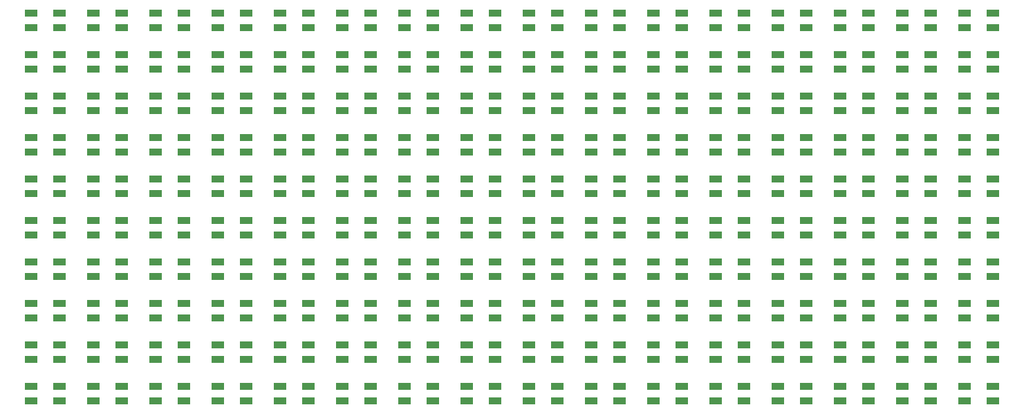
<source format=gbr>
G04 #@! TF.GenerationSoftware,KiCad,Pcbnew,(5.1.5-0-10_14)*
G04 #@! TF.CreationDate,2020-01-20T13:36:02-08:00*
G04 #@! TF.ProjectId,SpectrumAnayzerMini,53706563-7472-4756-9d41-6e61797a6572,rev?*
G04 #@! TF.SameCoordinates,Original*
G04 #@! TF.FileFunction,Paste,Top*
G04 #@! TF.FilePolarity,Positive*
%FSLAX46Y46*%
G04 Gerber Fmt 4.6, Leading zero omitted, Abs format (unit mm)*
G04 Created by KiCad (PCBNEW (5.1.5-0-10_14)) date 2020-01-20 13:36:02*
%MOMM*%
%LPD*%
G04 APERTURE LIST*
%ADD10R,1.600000X0.850000*%
G04 APERTURE END LIST*
D10*
X191798000Y-127268000D03*
X191798000Y-129018000D03*
X195298000Y-127268000D03*
X195298000Y-129018000D03*
X191798000Y-122188000D03*
X191798000Y-123938000D03*
X195298000Y-122188000D03*
X195298000Y-123938000D03*
X191798000Y-117108000D03*
X191798000Y-118858000D03*
X195298000Y-117108000D03*
X195298000Y-118858000D03*
X191798000Y-112028000D03*
X191798000Y-113778000D03*
X195298000Y-112028000D03*
X195298000Y-113778000D03*
X191798000Y-106948000D03*
X191798000Y-108698000D03*
X195298000Y-106948000D03*
X195298000Y-108698000D03*
X191798000Y-101868000D03*
X191798000Y-103618000D03*
X195298000Y-101868000D03*
X195298000Y-103618000D03*
X191798000Y-96788000D03*
X191798000Y-98538000D03*
X195298000Y-96788000D03*
X195298000Y-98538000D03*
X191798000Y-91708000D03*
X191798000Y-93458000D03*
X195298000Y-91708000D03*
X195298000Y-93458000D03*
X191798000Y-86628000D03*
X191798000Y-88378000D03*
X195298000Y-86628000D03*
X195298000Y-88378000D03*
X191798000Y-81548000D03*
X191798000Y-83298000D03*
X195298000Y-81548000D03*
X195298000Y-83298000D03*
X184178000Y-127268000D03*
X184178000Y-129018000D03*
X187678000Y-127268000D03*
X187678000Y-129018000D03*
X184178000Y-122188000D03*
X184178000Y-123938000D03*
X187678000Y-122188000D03*
X187678000Y-123938000D03*
X184178000Y-117108000D03*
X184178000Y-118858000D03*
X187678000Y-117108000D03*
X187678000Y-118858000D03*
X184178000Y-112028000D03*
X184178000Y-113778000D03*
X187678000Y-112028000D03*
X187678000Y-113778000D03*
X184178000Y-106948000D03*
X184178000Y-108698000D03*
X187678000Y-106948000D03*
X187678000Y-108698000D03*
X184178000Y-101868000D03*
X184178000Y-103618000D03*
X187678000Y-101868000D03*
X187678000Y-103618000D03*
X184178000Y-96788000D03*
X184178000Y-98538000D03*
X187678000Y-96788000D03*
X187678000Y-98538000D03*
X184178000Y-91708000D03*
X184178000Y-93458000D03*
X187678000Y-91708000D03*
X187678000Y-93458000D03*
X184178000Y-86628000D03*
X184178000Y-88378000D03*
X187678000Y-86628000D03*
X187678000Y-88378000D03*
X184178000Y-81548000D03*
X184178000Y-83298000D03*
X187678000Y-81548000D03*
X187678000Y-83298000D03*
X176558000Y-127268000D03*
X176558000Y-129018000D03*
X180058000Y-127268000D03*
X180058000Y-129018000D03*
X176558000Y-122188000D03*
X176558000Y-123938000D03*
X180058000Y-122188000D03*
X180058000Y-123938000D03*
X176558000Y-117108000D03*
X176558000Y-118858000D03*
X180058000Y-117108000D03*
X180058000Y-118858000D03*
X176558000Y-112028000D03*
X176558000Y-113778000D03*
X180058000Y-112028000D03*
X180058000Y-113778000D03*
X176558000Y-106948000D03*
X176558000Y-108698000D03*
X180058000Y-106948000D03*
X180058000Y-108698000D03*
X176558000Y-101868000D03*
X176558000Y-103618000D03*
X180058000Y-101868000D03*
X180058000Y-103618000D03*
X176558000Y-96788000D03*
X176558000Y-98538000D03*
X180058000Y-96788000D03*
X180058000Y-98538000D03*
X176558000Y-91708000D03*
X176558000Y-93458000D03*
X180058000Y-91708000D03*
X180058000Y-93458000D03*
X176558000Y-86628000D03*
X176558000Y-88378000D03*
X180058000Y-86628000D03*
X180058000Y-88378000D03*
X176558000Y-81548000D03*
X176558000Y-83298000D03*
X180058000Y-81548000D03*
X180058000Y-83298000D03*
X168938000Y-127268000D03*
X168938000Y-129018000D03*
X172438000Y-127268000D03*
X172438000Y-129018000D03*
X168938000Y-122188000D03*
X168938000Y-123938000D03*
X172438000Y-122188000D03*
X172438000Y-123938000D03*
X168938000Y-117108000D03*
X168938000Y-118858000D03*
X172438000Y-117108000D03*
X172438000Y-118858000D03*
X168938000Y-112028000D03*
X168938000Y-113778000D03*
X172438000Y-112028000D03*
X172438000Y-113778000D03*
X168938000Y-106948000D03*
X168938000Y-108698000D03*
X172438000Y-106948000D03*
X172438000Y-108698000D03*
X168938000Y-101868000D03*
X168938000Y-103618000D03*
X172438000Y-101868000D03*
X172438000Y-103618000D03*
X168938000Y-96788000D03*
X168938000Y-98538000D03*
X172438000Y-96788000D03*
X172438000Y-98538000D03*
X168938000Y-91708000D03*
X168938000Y-93458000D03*
X172438000Y-91708000D03*
X172438000Y-93458000D03*
X168938000Y-86628000D03*
X168938000Y-88378000D03*
X172438000Y-86628000D03*
X172438000Y-88378000D03*
X168938000Y-81548000D03*
X168938000Y-83298000D03*
X172438000Y-81548000D03*
X172438000Y-83298000D03*
X161318000Y-127268000D03*
X161318000Y-129018000D03*
X164818000Y-127268000D03*
X164818000Y-129018000D03*
X161318000Y-122188000D03*
X161318000Y-123938000D03*
X164818000Y-122188000D03*
X164818000Y-123938000D03*
X161318000Y-117108000D03*
X161318000Y-118858000D03*
X164818000Y-117108000D03*
X164818000Y-118858000D03*
X161318000Y-112028000D03*
X161318000Y-113778000D03*
X164818000Y-112028000D03*
X164818000Y-113778000D03*
X161318000Y-106948000D03*
X161318000Y-108698000D03*
X164818000Y-106948000D03*
X164818000Y-108698000D03*
X161318000Y-101868000D03*
X161318000Y-103618000D03*
X164818000Y-101868000D03*
X164818000Y-103618000D03*
X161318000Y-96788000D03*
X161318000Y-98538000D03*
X164818000Y-96788000D03*
X164818000Y-98538000D03*
X161318000Y-91708000D03*
X161318000Y-93458000D03*
X164818000Y-91708000D03*
X164818000Y-93458000D03*
X161318000Y-86628000D03*
X161318000Y-88378000D03*
X164818000Y-86628000D03*
X164818000Y-88378000D03*
X161318000Y-81548000D03*
X161318000Y-83298000D03*
X164818000Y-81548000D03*
X164818000Y-83298000D03*
X153698000Y-127268000D03*
X153698000Y-129018000D03*
X157198000Y-127268000D03*
X157198000Y-129018000D03*
X153698000Y-122188000D03*
X153698000Y-123938000D03*
X157198000Y-122188000D03*
X157198000Y-123938000D03*
X153698000Y-117108000D03*
X153698000Y-118858000D03*
X157198000Y-117108000D03*
X157198000Y-118858000D03*
X153698000Y-112028000D03*
X153698000Y-113778000D03*
X157198000Y-112028000D03*
X157198000Y-113778000D03*
X153698000Y-106948000D03*
X153698000Y-108698000D03*
X157198000Y-106948000D03*
X157198000Y-108698000D03*
X153698000Y-101868000D03*
X153698000Y-103618000D03*
X157198000Y-101868000D03*
X157198000Y-103618000D03*
X153698000Y-96788000D03*
X153698000Y-98538000D03*
X157198000Y-96788000D03*
X157198000Y-98538000D03*
X153698000Y-91708000D03*
X153698000Y-93458000D03*
X157198000Y-91708000D03*
X157198000Y-93458000D03*
X153698000Y-86628000D03*
X153698000Y-88378000D03*
X157198000Y-86628000D03*
X157198000Y-88378000D03*
X153698000Y-81548000D03*
X153698000Y-83298000D03*
X157198000Y-81548000D03*
X157198000Y-83298000D03*
X146078000Y-127268000D03*
X146078000Y-129018000D03*
X149578000Y-127268000D03*
X149578000Y-129018000D03*
X146078000Y-122188000D03*
X146078000Y-123938000D03*
X149578000Y-122188000D03*
X149578000Y-123938000D03*
X146078000Y-117108000D03*
X146078000Y-118858000D03*
X149578000Y-117108000D03*
X149578000Y-118858000D03*
X146078000Y-112028000D03*
X146078000Y-113778000D03*
X149578000Y-112028000D03*
X149578000Y-113778000D03*
X146078000Y-106948000D03*
X146078000Y-108698000D03*
X149578000Y-106948000D03*
X149578000Y-108698000D03*
X146078000Y-101868000D03*
X146078000Y-103618000D03*
X149578000Y-101868000D03*
X149578000Y-103618000D03*
X146078000Y-96788000D03*
X146078000Y-98538000D03*
X149578000Y-96788000D03*
X149578000Y-98538000D03*
X146078000Y-91708000D03*
X146078000Y-93458000D03*
X149578000Y-91708000D03*
X149578000Y-93458000D03*
X146078000Y-86628000D03*
X146078000Y-88378000D03*
X149578000Y-86628000D03*
X149578000Y-88378000D03*
X146078000Y-81548000D03*
X146078000Y-83298000D03*
X149578000Y-81548000D03*
X149578000Y-83298000D03*
X138458000Y-127268000D03*
X138458000Y-129018000D03*
X141958000Y-127268000D03*
X141958000Y-129018000D03*
X138458000Y-122188000D03*
X138458000Y-123938000D03*
X141958000Y-122188000D03*
X141958000Y-123938000D03*
X138458000Y-117108000D03*
X138458000Y-118858000D03*
X141958000Y-117108000D03*
X141958000Y-118858000D03*
X138458000Y-112028000D03*
X138458000Y-113778000D03*
X141958000Y-112028000D03*
X141958000Y-113778000D03*
X138458000Y-106948000D03*
X138458000Y-108698000D03*
X141958000Y-106948000D03*
X141958000Y-108698000D03*
X138458000Y-101868000D03*
X138458000Y-103618000D03*
X141958000Y-101868000D03*
X141958000Y-103618000D03*
X138458000Y-96788000D03*
X138458000Y-98538000D03*
X141958000Y-96788000D03*
X141958000Y-98538000D03*
X138458000Y-91708000D03*
X138458000Y-93458000D03*
X141958000Y-91708000D03*
X141958000Y-93458000D03*
X138458000Y-86628000D03*
X138458000Y-88378000D03*
X141958000Y-86628000D03*
X141958000Y-88378000D03*
X138458000Y-81548000D03*
X138458000Y-83298000D03*
X141958000Y-81548000D03*
X141958000Y-83298000D03*
X130838000Y-127268000D03*
X130838000Y-129018000D03*
X134338000Y-127268000D03*
X134338000Y-129018000D03*
X130838000Y-122188000D03*
X130838000Y-123938000D03*
X134338000Y-122188000D03*
X134338000Y-123938000D03*
X130838000Y-117108000D03*
X130838000Y-118858000D03*
X134338000Y-117108000D03*
X134338000Y-118858000D03*
X130838000Y-112028000D03*
X130838000Y-113778000D03*
X134338000Y-112028000D03*
X134338000Y-113778000D03*
X130838000Y-106948000D03*
X130838000Y-108698000D03*
X134338000Y-106948000D03*
X134338000Y-108698000D03*
X130838000Y-101868000D03*
X130838000Y-103618000D03*
X134338000Y-101868000D03*
X134338000Y-103618000D03*
X130838000Y-96788000D03*
X130838000Y-98538000D03*
X134338000Y-96788000D03*
X134338000Y-98538000D03*
X130838000Y-91708000D03*
X130838000Y-93458000D03*
X134338000Y-91708000D03*
X134338000Y-93458000D03*
X130838000Y-86628000D03*
X130838000Y-88378000D03*
X134338000Y-86628000D03*
X134338000Y-88378000D03*
X130838000Y-81548000D03*
X130838000Y-83298000D03*
X134338000Y-81548000D03*
X134338000Y-83298000D03*
X123218000Y-127268000D03*
X123218000Y-129018000D03*
X126718000Y-127268000D03*
X126718000Y-129018000D03*
X123218000Y-122188000D03*
X123218000Y-123938000D03*
X126718000Y-122188000D03*
X126718000Y-123938000D03*
X123218000Y-117108000D03*
X123218000Y-118858000D03*
X126718000Y-117108000D03*
X126718000Y-118858000D03*
X123218000Y-112028000D03*
X123218000Y-113778000D03*
X126718000Y-112028000D03*
X126718000Y-113778000D03*
X123218000Y-106948000D03*
X123218000Y-108698000D03*
X126718000Y-106948000D03*
X126718000Y-108698000D03*
X123218000Y-101868000D03*
X123218000Y-103618000D03*
X126718000Y-101868000D03*
X126718000Y-103618000D03*
X123218000Y-96788000D03*
X123218000Y-98538000D03*
X126718000Y-96788000D03*
X126718000Y-98538000D03*
X123218000Y-91708000D03*
X123218000Y-93458000D03*
X126718000Y-91708000D03*
X126718000Y-93458000D03*
X123218000Y-86628000D03*
X123218000Y-88378000D03*
X126718000Y-86628000D03*
X126718000Y-88378000D03*
X123218000Y-81548000D03*
X123218000Y-83298000D03*
X126718000Y-81548000D03*
X126718000Y-83298000D03*
X115598000Y-127268000D03*
X115598000Y-129018000D03*
X119098000Y-127268000D03*
X119098000Y-129018000D03*
X115598000Y-122188000D03*
X115598000Y-123938000D03*
X119098000Y-122188000D03*
X119098000Y-123938000D03*
X115598000Y-117108000D03*
X115598000Y-118858000D03*
X119098000Y-117108000D03*
X119098000Y-118858000D03*
X115598000Y-112028000D03*
X115598000Y-113778000D03*
X119098000Y-112028000D03*
X119098000Y-113778000D03*
X115598000Y-106948000D03*
X115598000Y-108698000D03*
X119098000Y-106948000D03*
X119098000Y-108698000D03*
X115598000Y-101868000D03*
X115598000Y-103618000D03*
X119098000Y-101868000D03*
X119098000Y-103618000D03*
X115598000Y-96788000D03*
X115598000Y-98538000D03*
X119098000Y-96788000D03*
X119098000Y-98538000D03*
X115598000Y-91708000D03*
X115598000Y-93458000D03*
X119098000Y-91708000D03*
X119098000Y-93458000D03*
X115598000Y-86628000D03*
X115598000Y-88378000D03*
X119098000Y-86628000D03*
X119098000Y-88378000D03*
X115598000Y-81548000D03*
X115598000Y-83298000D03*
X119098000Y-81548000D03*
X119098000Y-83298000D03*
X107978000Y-127268000D03*
X107978000Y-129018000D03*
X111478000Y-127268000D03*
X111478000Y-129018000D03*
X107978000Y-122188000D03*
X107978000Y-123938000D03*
X111478000Y-122188000D03*
X111478000Y-123938000D03*
X107978000Y-117108000D03*
X107978000Y-118858000D03*
X111478000Y-117108000D03*
X111478000Y-118858000D03*
X107978000Y-112028000D03*
X107978000Y-113778000D03*
X111478000Y-112028000D03*
X111478000Y-113778000D03*
X107978000Y-106948000D03*
X107978000Y-108698000D03*
X111478000Y-106948000D03*
X111478000Y-108698000D03*
X107978000Y-101868000D03*
X107978000Y-103618000D03*
X111478000Y-101868000D03*
X111478000Y-103618000D03*
X107978000Y-96788000D03*
X107978000Y-98538000D03*
X111478000Y-96788000D03*
X111478000Y-98538000D03*
X107978000Y-91708000D03*
X107978000Y-93458000D03*
X111478000Y-91708000D03*
X111478000Y-93458000D03*
X107978000Y-86628000D03*
X107978000Y-88378000D03*
X111478000Y-86628000D03*
X111478000Y-88378000D03*
X107978000Y-81548000D03*
X107978000Y-83298000D03*
X111478000Y-81548000D03*
X111478000Y-83298000D03*
X100358000Y-127268000D03*
X100358000Y-129018000D03*
X103858000Y-127268000D03*
X103858000Y-129018000D03*
X100358000Y-122188000D03*
X100358000Y-123938000D03*
X103858000Y-122188000D03*
X103858000Y-123938000D03*
X100358000Y-117108000D03*
X100358000Y-118858000D03*
X103858000Y-117108000D03*
X103858000Y-118858000D03*
X100358000Y-112028000D03*
X100358000Y-113778000D03*
X103858000Y-112028000D03*
X103858000Y-113778000D03*
X100358000Y-106948000D03*
X100358000Y-108698000D03*
X103858000Y-106948000D03*
X103858000Y-108698000D03*
X100358000Y-101868000D03*
X100358000Y-103618000D03*
X103858000Y-101868000D03*
X103858000Y-103618000D03*
X100358000Y-96788000D03*
X100358000Y-98538000D03*
X103858000Y-96788000D03*
X103858000Y-98538000D03*
X100358000Y-91708000D03*
X100358000Y-93458000D03*
X103858000Y-91708000D03*
X103858000Y-93458000D03*
X100358000Y-86628000D03*
X100358000Y-88378000D03*
X103858000Y-86628000D03*
X103858000Y-88378000D03*
X100358000Y-81548000D03*
X100358000Y-83298000D03*
X103858000Y-81548000D03*
X103858000Y-83298000D03*
X92738000Y-127268000D03*
X92738000Y-129018000D03*
X96238000Y-127268000D03*
X96238000Y-129018000D03*
X92738000Y-122188000D03*
X92738000Y-123938000D03*
X96238000Y-122188000D03*
X96238000Y-123938000D03*
X92738000Y-117108000D03*
X92738000Y-118858000D03*
X96238000Y-117108000D03*
X96238000Y-118858000D03*
X92738000Y-112028000D03*
X92738000Y-113778000D03*
X96238000Y-112028000D03*
X96238000Y-113778000D03*
X92738000Y-106948000D03*
X92738000Y-108698000D03*
X96238000Y-106948000D03*
X96238000Y-108698000D03*
X92738000Y-101868000D03*
X92738000Y-103618000D03*
X96238000Y-101868000D03*
X96238000Y-103618000D03*
X92738000Y-96788000D03*
X92738000Y-98538000D03*
X96238000Y-96788000D03*
X96238000Y-98538000D03*
X92738000Y-91708000D03*
X92738000Y-93458000D03*
X96238000Y-91708000D03*
X96238000Y-93458000D03*
X92738000Y-86628000D03*
X92738000Y-88378000D03*
X96238000Y-86628000D03*
X96238000Y-88378000D03*
X92738000Y-81548000D03*
X92738000Y-83298000D03*
X96238000Y-81548000D03*
X96238000Y-83298000D03*
X85118000Y-127268000D03*
X85118000Y-129018000D03*
X88618000Y-127268000D03*
X88618000Y-129018000D03*
X85118000Y-122188000D03*
X85118000Y-123938000D03*
X88618000Y-122188000D03*
X88618000Y-123938000D03*
X85118000Y-117108000D03*
X85118000Y-118858000D03*
X88618000Y-117108000D03*
X88618000Y-118858000D03*
X85118000Y-112028000D03*
X85118000Y-113778000D03*
X88618000Y-112028000D03*
X88618000Y-113778000D03*
X85118000Y-106948000D03*
X85118000Y-108698000D03*
X88618000Y-106948000D03*
X88618000Y-108698000D03*
X85118000Y-101868000D03*
X85118000Y-103618000D03*
X88618000Y-101868000D03*
X88618000Y-103618000D03*
X85118000Y-96788000D03*
X85118000Y-98538000D03*
X88618000Y-96788000D03*
X88618000Y-98538000D03*
X85118000Y-91708000D03*
X85118000Y-93458000D03*
X88618000Y-91708000D03*
X88618000Y-93458000D03*
X85118000Y-86628000D03*
X85118000Y-88378000D03*
X88618000Y-86628000D03*
X88618000Y-88378000D03*
X85118000Y-81548000D03*
X85118000Y-83298000D03*
X88618000Y-81548000D03*
X88618000Y-83298000D03*
X77498000Y-127268000D03*
X77498000Y-129018000D03*
X80998000Y-127268000D03*
X80998000Y-129018000D03*
X77498000Y-122188000D03*
X77498000Y-123938000D03*
X80998000Y-122188000D03*
X80998000Y-123938000D03*
X77498000Y-117108000D03*
X77498000Y-118858000D03*
X80998000Y-117108000D03*
X80998000Y-118858000D03*
X77498000Y-112028000D03*
X77498000Y-113778000D03*
X80998000Y-112028000D03*
X80998000Y-113778000D03*
X77498000Y-106948000D03*
X77498000Y-108698000D03*
X80998000Y-106948000D03*
X80998000Y-108698000D03*
X77498000Y-101868000D03*
X77498000Y-103618000D03*
X80998000Y-101868000D03*
X80998000Y-103618000D03*
X77498000Y-96788000D03*
X77498000Y-98538000D03*
X80998000Y-96788000D03*
X80998000Y-98538000D03*
X77498000Y-91708000D03*
X77498000Y-93458000D03*
X80998000Y-91708000D03*
X80998000Y-93458000D03*
X77498000Y-86628000D03*
X77498000Y-88378000D03*
X80998000Y-86628000D03*
X80998000Y-88378000D03*
X77498000Y-81548000D03*
X77498000Y-83298000D03*
X80998000Y-81548000D03*
X80998000Y-83298000D03*
M02*

</source>
